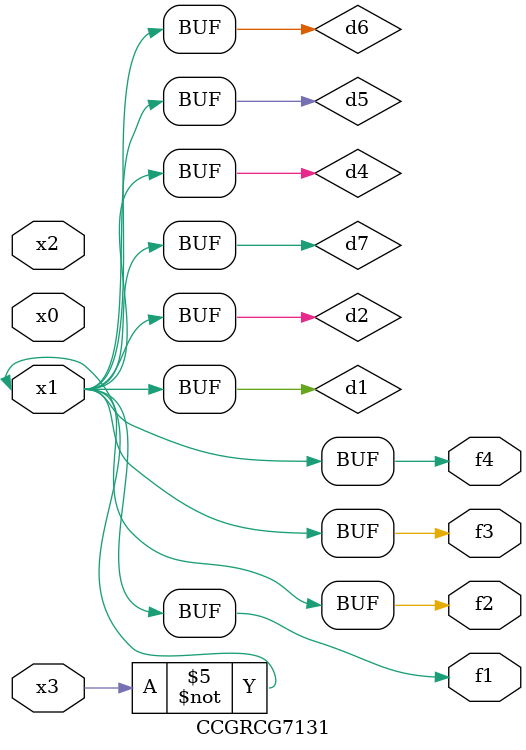
<source format=v>
module CCGRCG7131(
	input x0, x1, x2, x3,
	output f1, f2, f3, f4
);

	wire d1, d2, d3, d4, d5, d6, d7;

	not (d1, x3);
	buf (d2, x1);
	xnor (d3, d1, d2);
	nor (d4, d1);
	buf (d5, d1, d2);
	buf (d6, d4, d5);
	nand (d7, d4);
	assign f1 = d6;
	assign f2 = d7;
	assign f3 = d6;
	assign f4 = d6;
endmodule

</source>
